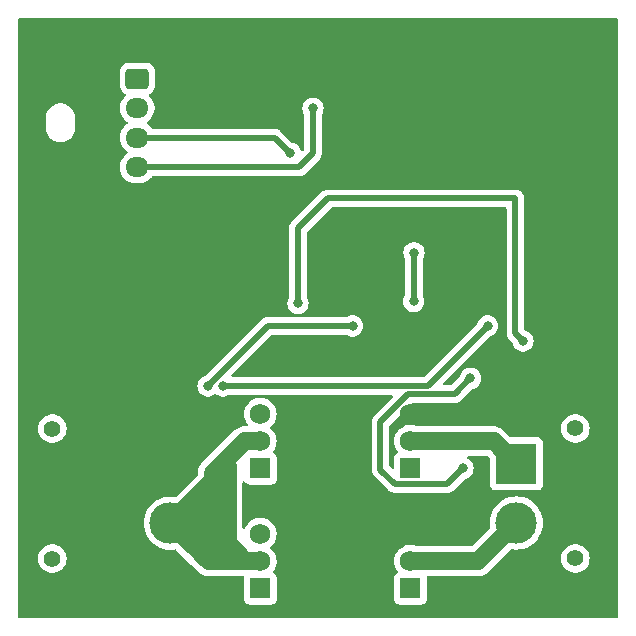
<source format=gbl>
%TF.GenerationSoftware,KiCad,Pcbnew,8.0.3*%
%TF.CreationDate,2024-10-02T02:13:24+09:00*%
%TF.ProjectId,AltairMDmini_V1,416c7461-6972-44d4-946d-696e695f5631,rev?*%
%TF.SameCoordinates,Original*%
%TF.FileFunction,Copper,L2,Bot*%
%TF.FilePolarity,Positive*%
%FSLAX46Y46*%
G04 Gerber Fmt 4.6, Leading zero omitted, Abs format (unit mm)*
G04 Created by KiCad (PCBNEW 8.0.3) date 2024-10-02 02:13:24*
%MOMM*%
%LPD*%
G01*
G04 APERTURE LIST*
G04 Aperture macros list*
%AMRoundRect*
0 Rectangle with rounded corners*
0 $1 Rounding radius*
0 $2 $3 $4 $5 $6 $7 $8 $9 X,Y pos of 4 corners*
0 Add a 4 corners polygon primitive as box body*
4,1,4,$2,$3,$4,$5,$6,$7,$8,$9,$2,$3,0*
0 Add four circle primitives for the rounded corners*
1,1,$1+$1,$2,$3*
1,1,$1+$1,$4,$5*
1,1,$1+$1,$6,$7*
1,1,$1+$1,$8,$9*
0 Add four rect primitives between the rounded corners*
20,1,$1+$1,$2,$3,$4,$5,0*
20,1,$1+$1,$4,$5,$6,$7,0*
20,1,$1+$1,$6,$7,$8,$9,0*
20,1,$1+$1,$8,$9,$2,$3,0*%
G04 Aperture macros list end*
%TA.AperFunction,ComponentPad*%
%ADD10R,1.740000X1.740000*%
%TD*%
%TA.AperFunction,ComponentPad*%
%ADD11C,1.740000*%
%TD*%
%TA.AperFunction,ComponentPad*%
%ADD12C,1.400000*%
%TD*%
%TA.AperFunction,ComponentPad*%
%ADD13R,3.500000X3.500000*%
%TD*%
%TA.AperFunction,ComponentPad*%
%ADD14C,3.500000*%
%TD*%
%TA.AperFunction,ComponentPad*%
%ADD15RoundRect,0.250000X-0.725000X0.600000X-0.725000X-0.600000X0.725000X-0.600000X0.725000X0.600000X0*%
%TD*%
%TA.AperFunction,ComponentPad*%
%ADD16O,1.950000X1.700000*%
%TD*%
%TA.AperFunction,ViaPad*%
%ADD17C,0.800000*%
%TD*%
%TA.AperFunction,Conductor*%
%ADD18C,0.500000*%
%TD*%
%TA.AperFunction,Conductor*%
%ADD19C,1.500000*%
%TD*%
G04 APERTURE END LIST*
D10*
%TO.P,Q4,1,G*%
%TO.N,Net-(Q4-G)*%
X139700000Y-104140000D03*
D11*
%TO.P,Q4,2,D*%
%TO.N,Net-(D8-A)*%
X139700000Y-101840000D03*
%TO.P,Q4,3,S*%
%TO.N,GND2*%
X139700000Y-99540000D03*
%TD*%
D10*
%TO.P,Q3,1,G*%
%TO.N,Net-(Q3-G)*%
X127000000Y-104140000D03*
D11*
%TO.P,Q3,2,D*%
%TO.N,+12V*%
X127000000Y-101840000D03*
%TO.P,Q3,3,S*%
%TO.N,Net-(D8-A)*%
X127000000Y-99540000D03*
%TD*%
D10*
%TO.P,Q2,1,G*%
%TO.N,Net-(Q2-G)*%
X139700000Y-114300000D03*
D11*
%TO.P,Q2,2,D*%
%TO.N,Net-(D6-A)*%
X139700000Y-112000000D03*
%TO.P,Q2,3,S*%
%TO.N,GND2*%
X139700000Y-109700000D03*
%TD*%
D10*
%TO.P,Q1,1,G*%
%TO.N,Net-(Q1-G)*%
X127000000Y-114300000D03*
D11*
%TO.P,Q1,2,D*%
%TO.N,+12V*%
X127000000Y-112000000D03*
%TO.P,Q1,3,S*%
%TO.N,Net-(D6-A)*%
X127000000Y-109700000D03*
%TD*%
D12*
%TO.P,J3,*%
%TO.N,*%
X153670000Y-100760000D03*
X153670000Y-111760000D03*
D13*
%TO.P,J3,1,Pin_1*%
%TO.N,Net-(D8-A)*%
X148670000Y-103760000D03*
D14*
%TO.P,J3,2,Pin_2*%
%TO.N,Net-(D6-A)*%
X148670000Y-108760000D03*
%TD*%
D12*
%TO.P,J2,*%
%TO.N,*%
X109380000Y-111778988D03*
X109380000Y-100778988D03*
D13*
%TO.P,J2,1,Pin_1*%
%TO.N,GND2*%
X119380000Y-103778988D03*
D14*
%TO.P,J2,2,Pin_2*%
%TO.N,+12V*%
X119380000Y-108778988D03*
%TD*%
D15*
%TO.P,J1,1,Pin_1*%
%TO.N,GND*%
X116565000Y-71140000D03*
D16*
%TO.P,J1,2,Pin_2*%
%TO.N,SDs*%
X116565000Y-73640000D03*
%TO.P,J1,3,Pin_3*%
%TO.N,Ps2*%
X116565000Y-76140000D03*
%TO.P,J1,4,Pin_4*%
%TO.N,Ps1*%
X116565000Y-78640000D03*
%TD*%
D17*
%TO.N,Net-(IC3-LO)*%
X144145000Y-104140000D03*
X144780000Y-96520000D03*
%TO.N,GND2*%
X129540000Y-93980000D03*
X119380000Y-88900000D03*
X121920000Y-91440000D03*
X119380000Y-99060000D03*
X119380000Y-93980000D03*
X116840000Y-91440000D03*
X114300000Y-93980000D03*
X116840000Y-96520000D03*
X116840000Y-101600000D03*
X114300000Y-99060000D03*
X114300000Y-109220000D03*
X139700000Y-93980000D03*
X142240000Y-91440000D03*
X137160000Y-91440000D03*
X149860000Y-99060000D03*
X149860000Y-96520000D03*
X154940000Y-78740000D03*
X152400000Y-81280000D03*
X154940000Y-83820000D03*
X152400000Y-86360000D03*
X152400000Y-91440000D03*
X154940000Y-88900000D03*
X154940000Y-93980000D03*
X154940000Y-99060000D03*
X154940000Y-104140000D03*
X154940000Y-109220000D03*
X144780000Y-114300000D03*
X149860000Y-114300000D03*
X154940000Y-114300000D03*
X119380000Y-114300000D03*
X109220000Y-114300000D03*
X114300000Y-114300000D03*
X116840000Y-111760000D03*
X111760000Y-111760000D03*
X111760000Y-106680000D03*
X109220000Y-109220000D03*
X109220000Y-104140000D03*
X139700000Y-74295000D03*
X140970000Y-77470000D03*
X141605000Y-79375000D03*
X139065000Y-79375000D03*
%TO.N,Net-(IC2-LO)*%
X149225000Y-93345000D03*
X130175000Y-90170000D03*
%TO.N,Net-(IC3-HO)*%
X146240000Y-92075000D03*
%TO.N,Net-(IC2-HO)*%
X134810000Y-92075000D03*
%TO.N,Net-(D4-K)*%
X139970818Y-90009615D03*
X139997295Y-85878865D03*
%TO.N,Net-(IC2-HO)*%
X122555000Y-97155000D03*
%TO.N,Net-(IC3-HO)*%
X123825000Y-97155000D03*
%TO.N,Ps1*%
X131445000Y-73660000D03*
%TO.N,Ps2*%
X129540000Y-77470000D03*
%TD*%
D18*
%TO.N,Net-(IC3-LO)*%
X138380000Y-105460000D02*
X142825000Y-105460000D01*
X137160000Y-100213238D02*
X137160000Y-104240000D01*
X139518238Y-97855000D02*
X137160000Y-100213238D01*
X143445000Y-97855000D02*
X139518238Y-97855000D01*
X137160000Y-104240000D02*
X138380000Y-105460000D01*
X144780000Y-96520000D02*
X143445000Y-97855000D01*
X142825000Y-105460000D02*
X144145000Y-104140000D01*
%TO.N,Net-(IC2-LO)*%
X130175000Y-83820000D02*
X130175000Y-90170000D01*
X132715000Y-81280000D02*
X130175000Y-83820000D01*
X148590000Y-81280000D02*
X132715000Y-81280000D01*
X148590000Y-92710000D02*
X148590000Y-81280000D01*
X149225000Y-93345000D02*
X148590000Y-92710000D01*
%TO.N,Net-(IC3-HO)*%
X141160000Y-97155000D02*
X146240000Y-92075000D01*
X123825000Y-97155000D02*
X141160000Y-97155000D01*
%TO.N,Net-(IC2-HO)*%
X127635000Y-92075000D02*
X134810000Y-92075000D01*
X122555000Y-97155000D02*
X127635000Y-92075000D01*
%TO.N,Net-(D4-K)*%
X139997295Y-85878865D02*
X139997295Y-89983138D01*
X139997295Y-89983138D02*
X139970818Y-90009615D01*
D19*
%TO.N,Net-(D6-A)*%
X139700000Y-112000000D02*
X145430000Y-112000000D01*
X145430000Y-112000000D02*
X148670000Y-108760000D01*
%TO.N,Net-(D8-A)*%
X146750000Y-101840000D02*
X148670000Y-103760000D01*
X139700000Y-101840000D02*
X146750000Y-101840000D01*
%TO.N,+12V*%
X125730000Y-112000000D02*
X125730000Y-111992500D01*
X124227500Y-110490000D02*
X124227500Y-111767500D01*
X124227500Y-103931488D02*
X124227500Y-110490000D01*
X125730000Y-112000000D02*
X127000000Y-112000000D01*
X125730000Y-111992500D02*
X124227500Y-110490000D01*
X124460000Y-112000000D02*
X125730000Y-112000000D01*
X124227500Y-111767500D02*
X124460000Y-112000000D01*
X123190000Y-112000000D02*
X124460000Y-112000000D01*
X124227500Y-103931488D02*
X122080000Y-106078988D01*
X122601012Y-112000000D02*
X123190000Y-112000000D01*
X122957500Y-111767500D02*
X123190000Y-112000000D01*
X122957500Y-104542500D02*
X122957500Y-111767500D01*
X125660000Y-101840000D02*
X122957500Y-104542500D01*
X122080000Y-111478988D02*
X122601012Y-112000000D01*
X122080000Y-106078988D02*
X122080000Y-111478988D01*
X121064494Y-107094494D02*
X121064494Y-110463482D01*
X119380000Y-108778988D02*
X121505506Y-110904494D01*
X121064494Y-107094494D02*
X119380000Y-108778988D01*
X121505506Y-110904494D02*
X122601012Y-112000000D01*
X122080000Y-106078988D02*
X121064494Y-107094494D01*
X121064494Y-110463482D02*
X121505506Y-110904494D01*
X127000000Y-101840000D02*
X125660000Y-101840000D01*
D18*
%TO.N,Ps1*%
X131445000Y-77470000D02*
X131445000Y-73660000D01*
X130275000Y-78640000D02*
X131445000Y-77470000D01*
X116565000Y-78640000D02*
X130275000Y-78640000D01*
%TO.N,Ps2*%
X128210000Y-76140000D02*
X116565000Y-76140000D01*
X129540000Y-77470000D02*
X128210000Y-76140000D01*
%TD*%
%TA.AperFunction,Conductor*%
%TO.N,GND2*%
G36*
X157223039Y-66019685D02*
G01*
X157268794Y-66072489D01*
X157280000Y-66124000D01*
X157280000Y-116676000D01*
X157260315Y-116743039D01*
X157207511Y-116788794D01*
X157156000Y-116800000D01*
X106604000Y-116800000D01*
X106536961Y-116780315D01*
X106491206Y-116727511D01*
X106480000Y-116676000D01*
X106480000Y-111778987D01*
X108174357Y-111778987D01*
X108174357Y-111778988D01*
X108194884Y-112000523D01*
X108194885Y-112000525D01*
X108255769Y-112214511D01*
X108255775Y-112214526D01*
X108354938Y-112413671D01*
X108354943Y-112413679D01*
X108489020Y-112591226D01*
X108653437Y-112741111D01*
X108653439Y-112741113D01*
X108842595Y-112858233D01*
X108842596Y-112858233D01*
X108842599Y-112858235D01*
X109050060Y-112938606D01*
X109268757Y-112979488D01*
X109268759Y-112979488D01*
X109491241Y-112979488D01*
X109491243Y-112979488D01*
X109709940Y-112938606D01*
X109917401Y-112858235D01*
X110106562Y-112741112D01*
X110270981Y-112591224D01*
X110405058Y-112413677D01*
X110504229Y-112214516D01*
X110565115Y-112000524D01*
X110585643Y-111778988D01*
X110583883Y-111759999D01*
X110565115Y-111557452D01*
X110565114Y-111557450D01*
X110559711Y-111538462D01*
X110504229Y-111343460D01*
X110504224Y-111343449D01*
X110405061Y-111144304D01*
X110405056Y-111144296D01*
X110270979Y-110966749D01*
X110106562Y-110816864D01*
X110106560Y-110816862D01*
X109917404Y-110699742D01*
X109917398Y-110699740D01*
X109709940Y-110619370D01*
X109491243Y-110578488D01*
X109268757Y-110578488D01*
X109050060Y-110619370D01*
X109023912Y-110629500D01*
X108842601Y-110699740D01*
X108842595Y-110699742D01*
X108653439Y-110816862D01*
X108653437Y-110816864D01*
X108489020Y-110966749D01*
X108354943Y-111144296D01*
X108354938Y-111144304D01*
X108255775Y-111343449D01*
X108255769Y-111343464D01*
X108194885Y-111557450D01*
X108194884Y-111557452D01*
X108174357Y-111778987D01*
X106480000Y-111778987D01*
X106480000Y-108778980D01*
X117124671Y-108778980D01*
X117124671Y-108778995D01*
X117143964Y-109073351D01*
X117143965Y-109073361D01*
X117143966Y-109073368D01*
X117187180Y-109290624D01*
X117201518Y-109362704D01*
X117201521Y-109362718D01*
X117296349Y-109642068D01*
X117426825Y-109906648D01*
X117426829Y-109906655D01*
X117590725Y-110151943D01*
X117785241Y-110373746D01*
X118007044Y-110568262D01*
X118252332Y-110732158D01*
X118252339Y-110732162D01*
X118270111Y-110740926D01*
X118516923Y-110862640D01*
X118796278Y-110957469D01*
X119085620Y-111015022D01*
X119090304Y-111015329D01*
X119379993Y-111034317D01*
X119380000Y-111034317D01*
X119380007Y-111034317D01*
X119615675Y-111018869D01*
X119674380Y-111015022D01*
X119753823Y-110999219D01*
X119823411Y-111005446D01*
X119865693Y-111033155D01*
X120110666Y-111278128D01*
X120551677Y-111719139D01*
X120551678Y-111719140D01*
X121126172Y-112293634D01*
X121786366Y-112953828D01*
X121945607Y-113069524D01*
X122120986Y-113158884D01*
X122285103Y-113212209D01*
X122308185Y-113219709D01*
X122394589Y-113233393D01*
X122502590Y-113250500D01*
X122502595Y-113250500D01*
X122699428Y-113250500D01*
X123091583Y-113250500D01*
X123091584Y-113250500D01*
X123288417Y-113250500D01*
X124361583Y-113250500D01*
X124361584Y-113250500D01*
X124558417Y-113250500D01*
X125505731Y-113250500D01*
X125572770Y-113270185D01*
X125618525Y-113322989D01*
X125629110Y-113378806D01*
X125629500Y-113378806D01*
X125629500Y-113380863D01*
X125629553Y-113381143D01*
X125629500Y-113382130D01*
X125629500Y-115217870D01*
X125629501Y-115217876D01*
X125635908Y-115277483D01*
X125686202Y-115412328D01*
X125686206Y-115412335D01*
X125772452Y-115527544D01*
X125772455Y-115527547D01*
X125887664Y-115613793D01*
X125887671Y-115613797D01*
X126022517Y-115664091D01*
X126022516Y-115664091D01*
X126029444Y-115664835D01*
X126082127Y-115670500D01*
X127917872Y-115670499D01*
X127977483Y-115664091D01*
X128112331Y-115613796D01*
X128227546Y-115527546D01*
X128313796Y-115412331D01*
X128364091Y-115277483D01*
X128370500Y-115217873D01*
X128370499Y-113382128D01*
X128364091Y-113322517D01*
X128344572Y-113270185D01*
X128313797Y-113187671D01*
X128313793Y-113187664D01*
X128227547Y-113072455D01*
X128227544Y-113072452D01*
X128125144Y-112995795D01*
X128083273Y-112939861D01*
X128078289Y-112870170D01*
X128095644Y-112828713D01*
X128209450Y-112654521D01*
X128300685Y-112446526D01*
X128356441Y-112226350D01*
X128364777Y-112125750D01*
X128375197Y-112000005D01*
X128375197Y-111999994D01*
X138324803Y-111999994D01*
X138324803Y-112000005D01*
X138343558Y-112226346D01*
X138399314Y-112446524D01*
X138490549Y-112654520D01*
X138604352Y-112828709D01*
X138624539Y-112895598D01*
X138605359Y-112962784D01*
X138574855Y-112995796D01*
X138472452Y-113072455D01*
X138386206Y-113187664D01*
X138386202Y-113187671D01*
X138335908Y-113322517D01*
X138329857Y-113378806D01*
X138329501Y-113382123D01*
X138329500Y-113382135D01*
X138329500Y-115217870D01*
X138329501Y-115217876D01*
X138335908Y-115277483D01*
X138386202Y-115412328D01*
X138386206Y-115412335D01*
X138472452Y-115527544D01*
X138472455Y-115527547D01*
X138587664Y-115613793D01*
X138587671Y-115613797D01*
X138722517Y-115664091D01*
X138722516Y-115664091D01*
X138729444Y-115664835D01*
X138782127Y-115670500D01*
X140617872Y-115670499D01*
X140677483Y-115664091D01*
X140812331Y-115613796D01*
X140927546Y-115527546D01*
X141013796Y-115412331D01*
X141064091Y-115277483D01*
X141070500Y-115217873D01*
X141070499Y-113382128D01*
X141070498Y-113382127D01*
X141070446Y-113381141D01*
X141070499Y-113380916D01*
X141070499Y-113378807D01*
X141070997Y-113378807D01*
X141086512Y-113313144D01*
X141136790Y-113264626D01*
X141194268Y-113250500D01*
X145528422Y-113250500D01*
X145722826Y-113219709D01*
X145910026Y-113158884D01*
X146085405Y-113069524D01*
X146244646Y-112953828D01*
X147438474Y-111759999D01*
X152464357Y-111759999D01*
X152464357Y-111760000D01*
X152484884Y-111981535D01*
X152484885Y-111981537D01*
X152545769Y-112195523D01*
X152545775Y-112195538D01*
X152644938Y-112394683D01*
X152644943Y-112394691D01*
X152779020Y-112572238D01*
X152943437Y-112722123D01*
X152943439Y-112722125D01*
X153132595Y-112839245D01*
X153132596Y-112839245D01*
X153132599Y-112839247D01*
X153340060Y-112919618D01*
X153558757Y-112960500D01*
X153558759Y-112960500D01*
X153781241Y-112960500D01*
X153781243Y-112960500D01*
X153999940Y-112919618D01*
X154207401Y-112839247D01*
X154396562Y-112722124D01*
X154560981Y-112572236D01*
X154695058Y-112394689D01*
X154794229Y-112195528D01*
X154855115Y-111981536D01*
X154875643Y-111760000D01*
X154855115Y-111538464D01*
X154794229Y-111324472D01*
X154794224Y-111324461D01*
X154695061Y-111125316D01*
X154695056Y-111125308D01*
X154560979Y-110947761D01*
X154396562Y-110797876D01*
X154396560Y-110797874D01*
X154207404Y-110680754D01*
X154207398Y-110680752D01*
X153999940Y-110600382D01*
X153781243Y-110559500D01*
X153558757Y-110559500D01*
X153340060Y-110600382D01*
X153264898Y-110629500D01*
X153132601Y-110680752D01*
X153132595Y-110680754D01*
X152943439Y-110797874D01*
X152943437Y-110797876D01*
X152779020Y-110947761D01*
X152644943Y-111125308D01*
X152644938Y-111125316D01*
X152545775Y-111324461D01*
X152545769Y-111324476D01*
X152484885Y-111538462D01*
X152484884Y-111538464D01*
X152464357Y-111759999D01*
X147438474Y-111759999D01*
X148184307Y-111014165D01*
X148245628Y-110980682D01*
X148296174Y-110980231D01*
X148375620Y-110996034D01*
X148403888Y-110997886D01*
X148669993Y-111015329D01*
X148670000Y-111015329D01*
X148670007Y-111015329D01*
X148915787Y-110999219D01*
X148964380Y-110996034D01*
X149253722Y-110938481D01*
X149533077Y-110843652D01*
X149797665Y-110713172D01*
X150042957Y-110549273D01*
X150264758Y-110354758D01*
X150459273Y-110132957D01*
X150623172Y-109887665D01*
X150753652Y-109623077D01*
X150848481Y-109343722D01*
X150906034Y-109054380D01*
X150924084Y-108778995D01*
X150925329Y-108760007D01*
X150925329Y-108759992D01*
X150906035Y-108465636D01*
X150906034Y-108465620D01*
X150848481Y-108176278D01*
X150753652Y-107896923D01*
X150623172Y-107632336D01*
X150459273Y-107387043D01*
X150416655Y-107338447D01*
X150264758Y-107165241D01*
X150042955Y-106970725D01*
X149797667Y-106806829D01*
X149797660Y-106806825D01*
X149533080Y-106676349D01*
X149253730Y-106581521D01*
X149253724Y-106581519D01*
X149253722Y-106581519D01*
X148964380Y-106523966D01*
X148964373Y-106523965D01*
X148964363Y-106523964D01*
X148670007Y-106504671D01*
X148669993Y-106504671D01*
X148375636Y-106523964D01*
X148375624Y-106523965D01*
X148375620Y-106523966D01*
X148375612Y-106523967D01*
X148375609Y-106523968D01*
X148086283Y-106581518D01*
X148086269Y-106581521D01*
X147806919Y-106676349D01*
X147542334Y-106806828D01*
X147297041Y-106970728D01*
X147075241Y-107165241D01*
X146880728Y-107387041D01*
X146716828Y-107632334D01*
X146586349Y-107896919D01*
X146491521Y-108176269D01*
X146491518Y-108176283D01*
X146433968Y-108465609D01*
X146433964Y-108465636D01*
X146414671Y-108759992D01*
X146414671Y-108760007D01*
X146433964Y-109054363D01*
X146433966Y-109054379D01*
X146449768Y-109133822D01*
X146443539Y-109203413D01*
X146415831Y-109245693D01*
X144948345Y-110713181D01*
X144887022Y-110746666D01*
X144860664Y-110749500D01*
X140298630Y-110749500D01*
X140257731Y-110740926D01*
X140257261Y-110742296D01*
X140037593Y-110666884D01*
X139888239Y-110641961D01*
X139813563Y-110629500D01*
X139586437Y-110629500D01*
X139530430Y-110638846D01*
X139362406Y-110666884D01*
X139147593Y-110740629D01*
X139147588Y-110740631D01*
X138947836Y-110848732D01*
X138947830Y-110848736D01*
X138768610Y-110988229D01*
X138768607Y-110988232D01*
X138768604Y-110988234D01*
X138768604Y-110988235D01*
X138761425Y-110996034D01*
X138614776Y-111155337D01*
X138490548Y-111345482D01*
X138399314Y-111553475D01*
X138343558Y-111773653D01*
X138324803Y-111999994D01*
X128375197Y-111999994D01*
X128356441Y-111773653D01*
X128356441Y-111773650D01*
X128300685Y-111553474D01*
X128209450Y-111345479D01*
X128085224Y-111155337D01*
X127931396Y-110988235D01*
X127931391Y-110988231D01*
X127931389Y-110988229D01*
X127879514Y-110947853D01*
X127838701Y-110891143D01*
X127835026Y-110821370D01*
X127869658Y-110760687D01*
X127879514Y-110752147D01*
X127912307Y-110726621D01*
X127931396Y-110711765D01*
X128085224Y-110544663D01*
X128209450Y-110354521D01*
X128300685Y-110146526D01*
X128356441Y-109926350D01*
X128375197Y-109700000D01*
X128370396Y-109642065D01*
X128356441Y-109473653D01*
X128356441Y-109473650D01*
X128300685Y-109253474D01*
X128209450Y-109045479D01*
X128085224Y-108855337D01*
X127931396Y-108688235D01*
X127931391Y-108688231D01*
X127931389Y-108688229D01*
X127752169Y-108548736D01*
X127752163Y-108548732D01*
X127552411Y-108440631D01*
X127552406Y-108440629D01*
X127337593Y-108366884D01*
X127188239Y-108341961D01*
X127113563Y-108329500D01*
X126886437Y-108329500D01*
X126830430Y-108338846D01*
X126662406Y-108366884D01*
X126447593Y-108440629D01*
X126447588Y-108440631D01*
X126247836Y-108548732D01*
X126247830Y-108548736D01*
X126068610Y-108688229D01*
X126068607Y-108688232D01*
X126068604Y-108688234D01*
X126068604Y-108688235D01*
X125985060Y-108778988D01*
X125914776Y-108855337D01*
X125790548Y-109045482D01*
X125715556Y-109216448D01*
X125670600Y-109269934D01*
X125603864Y-109290624D01*
X125536536Y-109271949D01*
X125489993Y-109219839D01*
X125478000Y-109166638D01*
X125478000Y-105346763D01*
X125497685Y-105279724D01*
X125550489Y-105233969D01*
X125619647Y-105224025D01*
X125683203Y-105253050D01*
X125701264Y-105272449D01*
X125772454Y-105367546D01*
X125818643Y-105402123D01*
X125887664Y-105453793D01*
X125887671Y-105453797D01*
X126022517Y-105504091D01*
X126022516Y-105504091D01*
X126029444Y-105504835D01*
X126082127Y-105510500D01*
X127917872Y-105510499D01*
X127977483Y-105504091D01*
X128112331Y-105453796D01*
X128227546Y-105367546D01*
X128313796Y-105252331D01*
X128364091Y-105117483D01*
X128370500Y-105057873D01*
X128370499Y-103222128D01*
X128364091Y-103162517D01*
X128344572Y-103110185D01*
X128313797Y-103027671D01*
X128313793Y-103027664D01*
X128227547Y-102912455D01*
X128227544Y-102912452D01*
X128125144Y-102835795D01*
X128083273Y-102779861D01*
X128078289Y-102710170D01*
X128095644Y-102668713D01*
X128209450Y-102494521D01*
X128300685Y-102286526D01*
X128356441Y-102066350D01*
X128373686Y-101858235D01*
X128375197Y-101840005D01*
X128375197Y-101839994D01*
X128356441Y-101613653D01*
X128356441Y-101613650D01*
X128300685Y-101393474D01*
X128209450Y-101185479D01*
X128085224Y-100995337D01*
X127931396Y-100828235D01*
X127931391Y-100828231D01*
X127931389Y-100828229D01*
X127879514Y-100787853D01*
X127838701Y-100731143D01*
X127835026Y-100661370D01*
X127869658Y-100600687D01*
X127879514Y-100592147D01*
X127924092Y-100557450D01*
X127931396Y-100551765D01*
X128085224Y-100384663D01*
X128209450Y-100194521D01*
X128300685Y-99986526D01*
X128356441Y-99766350D01*
X128372008Y-99578488D01*
X128375197Y-99540005D01*
X128375197Y-99539994D01*
X128356441Y-99313653D01*
X128356441Y-99313650D01*
X128300685Y-99093474D01*
X128209450Y-98885479D01*
X128085224Y-98695337D01*
X127931396Y-98528235D01*
X127931391Y-98528231D01*
X127931389Y-98528229D01*
X127752169Y-98388736D01*
X127752163Y-98388732D01*
X127552411Y-98280631D01*
X127552406Y-98280629D01*
X127337593Y-98206884D01*
X127188239Y-98181961D01*
X127113563Y-98169500D01*
X126886437Y-98169500D01*
X126830430Y-98178846D01*
X126662406Y-98206884D01*
X126447593Y-98280629D01*
X126447588Y-98280631D01*
X126247836Y-98388732D01*
X126247830Y-98388736D01*
X126068610Y-98528229D01*
X126068607Y-98528232D01*
X126068604Y-98528234D01*
X126068604Y-98528235D01*
X126024028Y-98576658D01*
X125914776Y-98695337D01*
X125790548Y-98885482D01*
X125699314Y-99093475D01*
X125643558Y-99313653D01*
X125624803Y-99539994D01*
X125624803Y-99540005D01*
X125643558Y-99766346D01*
X125699314Y-99986524D01*
X125768520Y-100144299D01*
X125790550Y-100194521D01*
X125914775Y-100384662D01*
X125914780Y-100384669D01*
X125917924Y-100388708D01*
X125916124Y-100390108D01*
X125942806Y-100444192D01*
X125934934Y-100513617D01*
X125890778Y-100567765D01*
X125824356Y-100589445D01*
X125820650Y-100589500D01*
X125561578Y-100589500D01*
X125367173Y-100620290D01*
X125179969Y-100681117D01*
X125004594Y-100770476D01*
X124925105Y-100828229D01*
X124845354Y-100886172D01*
X124845352Y-100886174D01*
X124845351Y-100886174D01*
X122003674Y-103727851D01*
X122003674Y-103727852D01*
X122003672Y-103727854D01*
X121971805Y-103771715D01*
X121887976Y-103887094D01*
X121798617Y-104062471D01*
X121749409Y-104213917D01*
X121749409Y-104213918D01*
X121737790Y-104249675D01*
X121707000Y-104444077D01*
X121707000Y-104632152D01*
X121687315Y-104699191D01*
X121670681Y-104719833D01*
X120249848Y-106140666D01*
X119865693Y-106524819D01*
X119804370Y-106558304D01*
X119753822Y-106558755D01*
X119674380Y-106542954D01*
X119674377Y-106542953D01*
X119674363Y-106542952D01*
X119380007Y-106523659D01*
X119379993Y-106523659D01*
X119085636Y-106542952D01*
X119085624Y-106542953D01*
X119085620Y-106542954D01*
X119085612Y-106542955D01*
X119085609Y-106542956D01*
X118796283Y-106600506D01*
X118796269Y-106600509D01*
X118516919Y-106695337D01*
X118252334Y-106825816D01*
X118007041Y-106989716D01*
X117785241Y-107184229D01*
X117590728Y-107406029D01*
X117426828Y-107651322D01*
X117296349Y-107915907D01*
X117201521Y-108195257D01*
X117201518Y-108195271D01*
X117143968Y-108484597D01*
X117143964Y-108484624D01*
X117124671Y-108778980D01*
X106480000Y-108778980D01*
X106480000Y-100778987D01*
X108174357Y-100778987D01*
X108174357Y-100778988D01*
X108194884Y-101000523D01*
X108194885Y-101000525D01*
X108255769Y-101214511D01*
X108255775Y-101214526D01*
X108354938Y-101413671D01*
X108354943Y-101413679D01*
X108489020Y-101591226D01*
X108653437Y-101741111D01*
X108653439Y-101741113D01*
X108842595Y-101858233D01*
X108842596Y-101858233D01*
X108842599Y-101858235D01*
X109050060Y-101938606D01*
X109268757Y-101979488D01*
X109268759Y-101979488D01*
X109491241Y-101979488D01*
X109491243Y-101979488D01*
X109709940Y-101938606D01*
X109917401Y-101858235D01*
X110106562Y-101741112D01*
X110270981Y-101591224D01*
X110405058Y-101413677D01*
X110504229Y-101214516D01*
X110565115Y-101000524D01*
X110585643Y-100778988D01*
X110583883Y-100759999D01*
X110565115Y-100557452D01*
X110565114Y-100557450D01*
X110563496Y-100551765D01*
X110504229Y-100343460D01*
X110504224Y-100343449D01*
X110405061Y-100144304D01*
X110405056Y-100144296D01*
X110270979Y-99966749D01*
X110106562Y-99816864D01*
X110106560Y-99816862D01*
X109917404Y-99699742D01*
X109917398Y-99699740D01*
X109709940Y-99619370D01*
X109491243Y-99578488D01*
X109268757Y-99578488D01*
X109050060Y-99619370D01*
X108918864Y-99670195D01*
X108842601Y-99699740D01*
X108842595Y-99699742D01*
X108653439Y-99816862D01*
X108653437Y-99816864D01*
X108489020Y-99966749D01*
X108354943Y-100144296D01*
X108354938Y-100144304D01*
X108255775Y-100343449D01*
X108255769Y-100343464D01*
X108194885Y-100557450D01*
X108194884Y-100557452D01*
X108174357Y-100778987D01*
X106480000Y-100778987D01*
X106480000Y-97155000D01*
X121649540Y-97155000D01*
X121669326Y-97343256D01*
X121669327Y-97343259D01*
X121727818Y-97523277D01*
X121727821Y-97523284D01*
X121822467Y-97687216D01*
X121920000Y-97795537D01*
X121949129Y-97827888D01*
X122102265Y-97939148D01*
X122102270Y-97939151D01*
X122275192Y-98016142D01*
X122275197Y-98016144D01*
X122460354Y-98055500D01*
X122460355Y-98055500D01*
X122649644Y-98055500D01*
X122649646Y-98055500D01*
X122834803Y-98016144D01*
X123007730Y-97939151D01*
X123117117Y-97859676D01*
X123182920Y-97836198D01*
X123250974Y-97852023D01*
X123262871Y-97859668D01*
X123358549Y-97929182D01*
X123372270Y-97939151D01*
X123545192Y-98016142D01*
X123545197Y-98016144D01*
X123730354Y-98055500D01*
X123730355Y-98055500D01*
X123919644Y-98055500D01*
X123919646Y-98055500D01*
X124104803Y-98016144D01*
X124277730Y-97939151D01*
X124279776Y-97937664D01*
X124291452Y-97929182D01*
X124357258Y-97905702D01*
X124364337Y-97905500D01*
X138107009Y-97905500D01*
X138174048Y-97925185D01*
X138219803Y-97977989D01*
X138229747Y-98047147D01*
X138200722Y-98110703D01*
X138194690Y-98117181D01*
X136577052Y-99734816D01*
X136577049Y-99734819D01*
X136547871Y-99778487D01*
X136547872Y-99778488D01*
X136494914Y-99857746D01*
X136438343Y-99994320D01*
X136438340Y-99994330D01*
X136409500Y-100139317D01*
X136409500Y-100139320D01*
X136409500Y-104313918D01*
X136409500Y-104313920D01*
X136409499Y-104313920D01*
X136438340Y-104458907D01*
X136438343Y-104458917D01*
X136494912Y-104595488D01*
X136494920Y-104595503D01*
X136525264Y-104640914D01*
X136525265Y-104640917D01*
X136525266Y-104640917D01*
X136577051Y-104718420D01*
X136577052Y-104718421D01*
X137797049Y-105938416D01*
X137901584Y-106042951D01*
X137901587Y-106042953D01*
X137901588Y-106042954D01*
X138024503Y-106125083D01*
X138024506Y-106125085D01*
X138081079Y-106148518D01*
X138081080Y-106148518D01*
X138161088Y-106181659D01*
X138277241Y-106204763D01*
X138296468Y-106208587D01*
X138306081Y-106210500D01*
X138306082Y-106210500D01*
X142898920Y-106210500D01*
X142996462Y-106191096D01*
X143043913Y-106181658D01*
X143180495Y-106125084D01*
X143229729Y-106092186D01*
X143303416Y-106042952D01*
X144297771Y-105048595D01*
X144359092Y-105015112D01*
X144359448Y-105015034D01*
X144424803Y-105001144D01*
X144597730Y-104924151D01*
X144750871Y-104812888D01*
X144877533Y-104672216D01*
X144972179Y-104508284D01*
X145030674Y-104328256D01*
X145050460Y-104140000D01*
X145030674Y-103951744D01*
X144972179Y-103771716D01*
X144877533Y-103607784D01*
X144750871Y-103467112D01*
X144750870Y-103467111D01*
X144597734Y-103355851D01*
X144597729Y-103355848D01*
X144534685Y-103327779D01*
X144481448Y-103282529D01*
X144461127Y-103215679D01*
X144480173Y-103148456D01*
X144532539Y-103102201D01*
X144585121Y-103090500D01*
X146180664Y-103090500D01*
X146247703Y-103110185D01*
X146268345Y-103126819D01*
X146383181Y-103241655D01*
X146416666Y-103302978D01*
X146419500Y-103329336D01*
X146419500Y-105557870D01*
X146419501Y-105557876D01*
X146425908Y-105617483D01*
X146476202Y-105752328D01*
X146476206Y-105752335D01*
X146562452Y-105867544D01*
X146562455Y-105867547D01*
X146677664Y-105953793D01*
X146677671Y-105953797D01*
X146812517Y-106004091D01*
X146812516Y-106004091D01*
X146819444Y-106004835D01*
X146872127Y-106010500D01*
X150467872Y-106010499D01*
X150527483Y-106004091D01*
X150662331Y-105953796D01*
X150777546Y-105867546D01*
X150863796Y-105752331D01*
X150914091Y-105617483D01*
X150920500Y-105557873D01*
X150920499Y-101962128D01*
X150914091Y-101902517D01*
X150890771Y-101839994D01*
X150863797Y-101767671D01*
X150863793Y-101767664D01*
X150777547Y-101652455D01*
X150777544Y-101652452D01*
X150662335Y-101566206D01*
X150662328Y-101566202D01*
X150527482Y-101515908D01*
X150527483Y-101515908D01*
X150467883Y-101509501D01*
X150467881Y-101509500D01*
X150467873Y-101509500D01*
X150467865Y-101509500D01*
X148239336Y-101509500D01*
X148172297Y-101489815D01*
X148151655Y-101473181D01*
X147564648Y-100886174D01*
X147564646Y-100886172D01*
X147405405Y-100770476D01*
X147384843Y-100759999D01*
X152464357Y-100759999D01*
X152464357Y-100760000D01*
X152484884Y-100981535D01*
X152484885Y-100981537D01*
X152545769Y-101195523D01*
X152545775Y-101195538D01*
X152644938Y-101394683D01*
X152644943Y-101394691D01*
X152779020Y-101572238D01*
X152943437Y-101722123D01*
X152943439Y-101722125D01*
X153132595Y-101839245D01*
X153132596Y-101839245D01*
X153132599Y-101839247D01*
X153340060Y-101919618D01*
X153558757Y-101960500D01*
X153558759Y-101960500D01*
X153781241Y-101960500D01*
X153781243Y-101960500D01*
X153999940Y-101919618D01*
X154207401Y-101839247D01*
X154396562Y-101722124D01*
X154560981Y-101572236D01*
X154695058Y-101394689D01*
X154794229Y-101195528D01*
X154855115Y-100981536D01*
X154875643Y-100760000D01*
X154856347Y-100551765D01*
X154855115Y-100538464D01*
X154855114Y-100538462D01*
X154851029Y-100524105D01*
X154794229Y-100324472D01*
X154729519Y-100194517D01*
X154695061Y-100125316D01*
X154695056Y-100125308D01*
X154560979Y-99947761D01*
X154396562Y-99797876D01*
X154396560Y-99797874D01*
X154207404Y-99680754D01*
X154207398Y-99680752D01*
X153999940Y-99600382D01*
X153781243Y-99559500D01*
X153558757Y-99559500D01*
X153340060Y-99600382D01*
X153208864Y-99651207D01*
X153132601Y-99680752D01*
X153132595Y-99680754D01*
X152943439Y-99797874D01*
X152943437Y-99797876D01*
X152779020Y-99947761D01*
X152644943Y-100125308D01*
X152644938Y-100125316D01*
X152545775Y-100324461D01*
X152545769Y-100324476D01*
X152484885Y-100538462D01*
X152484884Y-100538464D01*
X152464357Y-100759999D01*
X147384843Y-100759999D01*
X147328210Y-100731143D01*
X147230030Y-100681117D01*
X147042826Y-100620290D01*
X146848422Y-100589500D01*
X146848417Y-100589500D01*
X140298630Y-100589500D01*
X140257731Y-100580926D01*
X140257261Y-100582296D01*
X140037593Y-100506884D01*
X139888239Y-100481961D01*
X139813563Y-100469500D01*
X139586437Y-100469500D01*
X139530430Y-100478846D01*
X139362406Y-100506884D01*
X139147593Y-100580629D01*
X139147588Y-100580631D01*
X138947836Y-100688732D01*
X138947830Y-100688736D01*
X138768610Y-100828229D01*
X138768607Y-100828232D01*
X138768604Y-100828234D01*
X138768604Y-100828235D01*
X138627482Y-100981535D01*
X138614776Y-100995337D01*
X138490548Y-101185482D01*
X138399314Y-101393475D01*
X138343558Y-101613653D01*
X138324803Y-101839994D01*
X138324803Y-101840005D01*
X138343558Y-102066346D01*
X138399314Y-102286524D01*
X138490549Y-102494520D01*
X138604352Y-102668709D01*
X138624539Y-102735598D01*
X138605359Y-102802784D01*
X138574855Y-102835796D01*
X138472452Y-102912455D01*
X138386206Y-103027664D01*
X138386202Y-103027671D01*
X138335908Y-103162517D01*
X138330193Y-103215679D01*
X138329501Y-103222123D01*
X138329500Y-103222135D01*
X138329500Y-104048770D01*
X138309815Y-104115809D01*
X138257011Y-104161564D01*
X138187853Y-104171508D01*
X138124297Y-104142483D01*
X138117819Y-104136451D01*
X137946819Y-103965451D01*
X137913334Y-103904128D01*
X137910500Y-103877770D01*
X137910500Y-100575467D01*
X137930185Y-100508428D01*
X137946819Y-100487786D01*
X139792786Y-98641819D01*
X139854109Y-98608334D01*
X139880467Y-98605500D01*
X143518920Y-98605500D01*
X143616462Y-98586096D01*
X143663913Y-98576658D01*
X143800495Y-98520084D01*
X143891166Y-98459500D01*
X143891168Y-98459499D01*
X143923409Y-98437957D01*
X143923410Y-98437955D01*
X143923416Y-98437952D01*
X144932770Y-97428595D01*
X144994091Y-97395112D01*
X144994427Y-97395039D01*
X145059803Y-97381144D01*
X145232730Y-97304151D01*
X145385871Y-97192888D01*
X145512533Y-97052216D01*
X145607179Y-96888284D01*
X145665674Y-96708256D01*
X145685460Y-96520000D01*
X145665674Y-96331744D01*
X145607179Y-96151716D01*
X145512533Y-95987784D01*
X145385871Y-95847112D01*
X145385870Y-95847111D01*
X145232734Y-95735851D01*
X145232729Y-95735848D01*
X145059807Y-95658857D01*
X145059802Y-95658855D01*
X144914001Y-95627865D01*
X144874646Y-95619500D01*
X144685354Y-95619500D01*
X144652897Y-95626398D01*
X144500197Y-95658855D01*
X144500192Y-95658857D01*
X144327270Y-95735848D01*
X144327265Y-95735851D01*
X144174129Y-95847111D01*
X144047466Y-95987785D01*
X143952821Y-96151715D01*
X143952819Y-96151719D01*
X143897478Y-96322041D01*
X143867228Y-96371403D01*
X143170451Y-97068181D01*
X143109128Y-97101666D01*
X143082770Y-97104500D01*
X142571230Y-97104500D01*
X142504191Y-97084815D01*
X142458436Y-97032011D01*
X142448492Y-96962853D01*
X142477517Y-96899297D01*
X142483549Y-96892819D01*
X143388584Y-95987784D01*
X146392771Y-92983595D01*
X146454092Y-92950112D01*
X146454448Y-92950034D01*
X146519803Y-92936144D01*
X146692730Y-92859151D01*
X146845871Y-92747888D01*
X146972533Y-92607216D01*
X147067179Y-92443284D01*
X147125674Y-92263256D01*
X147145460Y-92075000D01*
X147125674Y-91886744D01*
X147067179Y-91706716D01*
X146972533Y-91542784D01*
X146845871Y-91402112D01*
X146778745Y-91353342D01*
X146692734Y-91290851D01*
X146692729Y-91290848D01*
X146519807Y-91213857D01*
X146519802Y-91213855D01*
X146374001Y-91182865D01*
X146334646Y-91174500D01*
X146145354Y-91174500D01*
X146112897Y-91181398D01*
X145960197Y-91213855D01*
X145960192Y-91213857D01*
X145787270Y-91290848D01*
X145787265Y-91290851D01*
X145634129Y-91402111D01*
X145507466Y-91542785D01*
X145412821Y-91706715D01*
X145412819Y-91706719D01*
X145357479Y-91877039D01*
X145327229Y-91926401D01*
X140885451Y-96368181D01*
X140824128Y-96401666D01*
X140797770Y-96404500D01*
X124666230Y-96404500D01*
X124599191Y-96384815D01*
X124553436Y-96332011D01*
X124543492Y-96262853D01*
X124572517Y-96199297D01*
X124578549Y-96192819D01*
X127909549Y-92861819D01*
X127970872Y-92828334D01*
X127997230Y-92825500D01*
X134270663Y-92825500D01*
X134337702Y-92845185D01*
X134343548Y-92849182D01*
X134357265Y-92859148D01*
X134357270Y-92859151D01*
X134530192Y-92936142D01*
X134530197Y-92936144D01*
X134715354Y-92975500D01*
X134715355Y-92975500D01*
X134904644Y-92975500D01*
X134904646Y-92975500D01*
X135089803Y-92936144D01*
X135262730Y-92859151D01*
X135415871Y-92747888D01*
X135542533Y-92607216D01*
X135637179Y-92443284D01*
X135695674Y-92263256D01*
X135715460Y-92075000D01*
X135695674Y-91886744D01*
X135637179Y-91706716D01*
X135542533Y-91542784D01*
X135415871Y-91402112D01*
X135348745Y-91353342D01*
X135262734Y-91290851D01*
X135262729Y-91290848D01*
X135089807Y-91213857D01*
X135089802Y-91213855D01*
X134944001Y-91182865D01*
X134904646Y-91174500D01*
X134715354Y-91174500D01*
X134682897Y-91181398D01*
X134530197Y-91213855D01*
X134530192Y-91213857D01*
X134357270Y-91290848D01*
X134357265Y-91290851D01*
X134343548Y-91300818D01*
X134277742Y-91324298D01*
X134270663Y-91324500D01*
X127561080Y-91324500D01*
X127416092Y-91353340D01*
X127416086Y-91353342D01*
X127279508Y-91409914D01*
X127279496Y-91409921D01*
X127230269Y-91442813D01*
X127156588Y-91492044D01*
X127156580Y-91492050D01*
X122402228Y-96246402D01*
X122340905Y-96279887D01*
X122340329Y-96280011D01*
X122275196Y-96293856D01*
X122275192Y-96293857D01*
X122102270Y-96370848D01*
X122102265Y-96370851D01*
X121949129Y-96482111D01*
X121822466Y-96622785D01*
X121727821Y-96786715D01*
X121727818Y-96786722D01*
X121670590Y-96962853D01*
X121669326Y-96966744D01*
X121649540Y-97155000D01*
X106480000Y-97155000D01*
X106480000Y-90170000D01*
X129269540Y-90170000D01*
X129289326Y-90358256D01*
X129289327Y-90358259D01*
X129347818Y-90538277D01*
X129347821Y-90538284D01*
X129442467Y-90702216D01*
X129569129Y-90842888D01*
X129722265Y-90954148D01*
X129722270Y-90954151D01*
X129895192Y-91031142D01*
X129895197Y-91031144D01*
X130080354Y-91070500D01*
X130080355Y-91070500D01*
X130269644Y-91070500D01*
X130269646Y-91070500D01*
X130454803Y-91031144D01*
X130627730Y-90954151D01*
X130780871Y-90842888D01*
X130907533Y-90702216D01*
X131002179Y-90538284D01*
X131060674Y-90358256D01*
X131080460Y-90170000D01*
X131063603Y-90009615D01*
X139065358Y-90009615D01*
X139085144Y-90197871D01*
X139085145Y-90197874D01*
X139143636Y-90377892D01*
X139143639Y-90377899D01*
X139238285Y-90541831D01*
X139364947Y-90682503D01*
X139518083Y-90793763D01*
X139518088Y-90793766D01*
X139691010Y-90870757D01*
X139691015Y-90870759D01*
X139876172Y-90910115D01*
X139876173Y-90910115D01*
X140065462Y-90910115D01*
X140065464Y-90910115D01*
X140250621Y-90870759D01*
X140423548Y-90793766D01*
X140576689Y-90682503D01*
X140703351Y-90541831D01*
X140797997Y-90377899D01*
X140856492Y-90197871D01*
X140876278Y-90009615D01*
X140856492Y-89821359D01*
X140797997Y-89641331D01*
X140764408Y-89583152D01*
X140747795Y-89521152D01*
X140747795Y-86413186D01*
X140764408Y-86351186D01*
X140824474Y-86247149D01*
X140882969Y-86067121D01*
X140902755Y-85878865D01*
X140882969Y-85690609D01*
X140824474Y-85510581D01*
X140729828Y-85346649D01*
X140603166Y-85205977D01*
X140603165Y-85205976D01*
X140450029Y-85094716D01*
X140450024Y-85094713D01*
X140277102Y-85017722D01*
X140277097Y-85017720D01*
X140131296Y-84986730D01*
X140091941Y-84978365D01*
X139902649Y-84978365D01*
X139870192Y-84985263D01*
X139717492Y-85017720D01*
X139717487Y-85017722D01*
X139544565Y-85094713D01*
X139544560Y-85094716D01*
X139391424Y-85205976D01*
X139264761Y-85346650D01*
X139170116Y-85510580D01*
X139170113Y-85510587D01*
X139111622Y-85690605D01*
X139111621Y-85690609D01*
X139091835Y-85878865D01*
X139111621Y-86067121D01*
X139111622Y-86067124D01*
X139170113Y-86247142D01*
X139170116Y-86247149D01*
X139230182Y-86351186D01*
X139246795Y-86413186D01*
X139246795Y-89429434D01*
X139230182Y-89491434D01*
X139143639Y-89641330D01*
X139143636Y-89641337D01*
X139091527Y-89801714D01*
X139085144Y-89821359D01*
X139065358Y-90009615D01*
X131063603Y-90009615D01*
X131060674Y-89981744D01*
X131002179Y-89801716D01*
X130942113Y-89697677D01*
X130925500Y-89635677D01*
X130925500Y-84182229D01*
X130945185Y-84115190D01*
X130961819Y-84094548D01*
X132989548Y-82066819D01*
X133050871Y-82033334D01*
X133077229Y-82030500D01*
X147715500Y-82030500D01*
X147782539Y-82050185D01*
X147828294Y-82102989D01*
X147839500Y-82154500D01*
X147839500Y-92783918D01*
X147839500Y-92783920D01*
X147839499Y-92783920D01*
X147868340Y-92928907D01*
X147868343Y-92928917D01*
X147924914Y-93065492D01*
X147957812Y-93114727D01*
X147957813Y-93114730D01*
X148007046Y-93188414D01*
X148007052Y-93188421D01*
X148312228Y-93493596D01*
X148342478Y-93542958D01*
X148397819Y-93713280D01*
X148397821Y-93713284D01*
X148492467Y-93877216D01*
X148619129Y-94017888D01*
X148772265Y-94129148D01*
X148772270Y-94129151D01*
X148945192Y-94206142D01*
X148945197Y-94206144D01*
X149130354Y-94245500D01*
X149130355Y-94245500D01*
X149319644Y-94245500D01*
X149319646Y-94245500D01*
X149504803Y-94206144D01*
X149677730Y-94129151D01*
X149830871Y-94017888D01*
X149957533Y-93877216D01*
X150052179Y-93713284D01*
X150110674Y-93533256D01*
X150130460Y-93345000D01*
X150110674Y-93156744D01*
X150052179Y-92976716D01*
X149957533Y-92812784D01*
X149830871Y-92672112D01*
X149830870Y-92672111D01*
X149677734Y-92560851D01*
X149677729Y-92560848D01*
X149504807Y-92483857D01*
X149504803Y-92483856D01*
X149439670Y-92470011D01*
X149378188Y-92436818D01*
X149377771Y-92436402D01*
X149376819Y-92435450D01*
X149343334Y-92374127D01*
X149340500Y-92347769D01*
X149340500Y-81206079D01*
X149311659Y-81061092D01*
X149311658Y-81061091D01*
X149311658Y-81061087D01*
X149311656Y-81061082D01*
X149255087Y-80924511D01*
X149255080Y-80924498D01*
X149172951Y-80801584D01*
X149172948Y-80801580D01*
X149068419Y-80697051D01*
X149068415Y-80697048D01*
X148945501Y-80614919D01*
X148945488Y-80614912D01*
X148808917Y-80558343D01*
X148808907Y-80558340D01*
X148663920Y-80529500D01*
X148663918Y-80529500D01*
X132641082Y-80529500D01*
X132641080Y-80529500D01*
X132496092Y-80558340D01*
X132496082Y-80558343D01*
X132359511Y-80614912D01*
X132359498Y-80614919D01*
X132236584Y-80697048D01*
X132236580Y-80697051D01*
X129592050Y-83341580D01*
X129592044Y-83341588D01*
X129542812Y-83415268D01*
X129542813Y-83415269D01*
X129509921Y-83464496D01*
X129509914Y-83464508D01*
X129453342Y-83601086D01*
X129453340Y-83601092D01*
X129424500Y-83746079D01*
X129424500Y-89635677D01*
X129407887Y-89697677D01*
X129347821Y-89801714D01*
X129289327Y-89981740D01*
X129289326Y-89981744D01*
X129269540Y-90170000D01*
X106480000Y-90170000D01*
X106480000Y-74391577D01*
X108814500Y-74391577D01*
X108814500Y-75388422D01*
X108845290Y-75582826D01*
X108906117Y-75770029D01*
X108995476Y-75945405D01*
X109111172Y-76104646D01*
X109250354Y-76243828D01*
X109409595Y-76359524D01*
X109492455Y-76401743D01*
X109584970Y-76448882D01*
X109584972Y-76448882D01*
X109584975Y-76448884D01*
X109607624Y-76456243D01*
X109772173Y-76509709D01*
X109966578Y-76540500D01*
X109966583Y-76540500D01*
X110163422Y-76540500D01*
X110357826Y-76509709D01*
X110545025Y-76448884D01*
X110720405Y-76359524D01*
X110879646Y-76243828D01*
X111018828Y-76104646D01*
X111134524Y-75945405D01*
X111223884Y-75770025D01*
X111284709Y-75582826D01*
X111296590Y-75507812D01*
X111315500Y-75388422D01*
X111315500Y-74391577D01*
X111284709Y-74197173D01*
X111229833Y-74028284D01*
X111223884Y-74009975D01*
X111223882Y-74009972D01*
X111223882Y-74009970D01*
X111141486Y-73848259D01*
X111134524Y-73834595D01*
X111018828Y-73675354D01*
X110879646Y-73536172D01*
X110720405Y-73420476D01*
X110545029Y-73331117D01*
X110357826Y-73270290D01*
X110163422Y-73239500D01*
X110163417Y-73239500D01*
X109966583Y-73239500D01*
X109966578Y-73239500D01*
X109772173Y-73270290D01*
X109584970Y-73331117D01*
X109409594Y-73420476D01*
X109339031Y-73471744D01*
X109250354Y-73536172D01*
X109250352Y-73536174D01*
X109250351Y-73536174D01*
X109111174Y-73675351D01*
X109111174Y-73675352D01*
X109111172Y-73675354D01*
X109061485Y-73743741D01*
X108995476Y-73834594D01*
X108906117Y-74009970D01*
X108845290Y-74197173D01*
X108814500Y-74391577D01*
X106480000Y-74391577D01*
X106480000Y-70489983D01*
X115089500Y-70489983D01*
X115089500Y-71790001D01*
X115089501Y-71790018D01*
X115100000Y-71892796D01*
X115100001Y-71892799D01*
X115155185Y-72059331D01*
X115155187Y-72059336D01*
X115247289Y-72208657D01*
X115371344Y-72332712D01*
X115526120Y-72428178D01*
X115572845Y-72480126D01*
X115584068Y-72549088D01*
X115556224Y-72613171D01*
X115548706Y-72621398D01*
X115409889Y-72760215D01*
X115284951Y-72932179D01*
X115188444Y-73121585D01*
X115122753Y-73323760D01*
X115089500Y-73533713D01*
X115089500Y-73746286D01*
X115103486Y-73834594D01*
X115122754Y-73956243D01*
X115179965Y-74132321D01*
X115188444Y-74158414D01*
X115284951Y-74347820D01*
X115409890Y-74519786D01*
X115560209Y-74670105D01*
X115560214Y-74670109D01*
X115724793Y-74789682D01*
X115767459Y-74845011D01*
X115773438Y-74914625D01*
X115740833Y-74976420D01*
X115724793Y-74990318D01*
X115560214Y-75109890D01*
X115560209Y-75109894D01*
X115409890Y-75260213D01*
X115284951Y-75432179D01*
X115188444Y-75621585D01*
X115122753Y-75823760D01*
X115089500Y-76033713D01*
X115089500Y-76246287D01*
X115122754Y-76456243D01*
X115172341Y-76608856D01*
X115188444Y-76658414D01*
X115284951Y-76847820D01*
X115409890Y-77019786D01*
X115560209Y-77170105D01*
X115560214Y-77170109D01*
X115724793Y-77289682D01*
X115767459Y-77345011D01*
X115773438Y-77414625D01*
X115740833Y-77476420D01*
X115724793Y-77490318D01*
X115560214Y-77609890D01*
X115560209Y-77609894D01*
X115409890Y-77760213D01*
X115284951Y-77932179D01*
X115188444Y-78121585D01*
X115122753Y-78323760D01*
X115089500Y-78533713D01*
X115089500Y-78746286D01*
X115122753Y-78956239D01*
X115188444Y-79158414D01*
X115284951Y-79347820D01*
X115409890Y-79519786D01*
X115560213Y-79670109D01*
X115732179Y-79795048D01*
X115732181Y-79795049D01*
X115732184Y-79795051D01*
X115921588Y-79891557D01*
X116123757Y-79957246D01*
X116333713Y-79990500D01*
X116333714Y-79990500D01*
X116796286Y-79990500D01*
X116796287Y-79990500D01*
X117006243Y-79957246D01*
X117208412Y-79891557D01*
X117397816Y-79795051D01*
X117419789Y-79779086D01*
X117569786Y-79670109D01*
X117569788Y-79670106D01*
X117569792Y-79670104D01*
X117720104Y-79519792D01*
X117720108Y-79519786D01*
X117776903Y-79441615D01*
X117832233Y-79398949D01*
X117877221Y-79390500D01*
X130348920Y-79390500D01*
X130446462Y-79371096D01*
X130493913Y-79361658D01*
X130630495Y-79305084D01*
X130695207Y-79261845D01*
X130753416Y-79222952D01*
X132027952Y-77948416D01*
X132077186Y-77874729D01*
X132110084Y-77825495D01*
X132166658Y-77688913D01*
X132195500Y-77543918D01*
X132195500Y-74194321D01*
X132212113Y-74132321D01*
X132272179Y-74028284D01*
X132330674Y-73848256D01*
X132350460Y-73660000D01*
X132330674Y-73471744D01*
X132272179Y-73291716D01*
X132177533Y-73127784D01*
X132050871Y-72987112D01*
X132050870Y-72987111D01*
X131897734Y-72875851D01*
X131897729Y-72875848D01*
X131724807Y-72798857D01*
X131724802Y-72798855D01*
X131579001Y-72767865D01*
X131539646Y-72759500D01*
X131350354Y-72759500D01*
X131317897Y-72766398D01*
X131165197Y-72798855D01*
X131165192Y-72798857D01*
X130992270Y-72875848D01*
X130992265Y-72875851D01*
X130839129Y-72987111D01*
X130712466Y-73127785D01*
X130617821Y-73291715D01*
X130617818Y-73291722D01*
X130575984Y-73420476D01*
X130559326Y-73471744D01*
X130539540Y-73660000D01*
X130559326Y-73848256D01*
X130559327Y-73848259D01*
X130617818Y-74028277D01*
X130617821Y-74028284D01*
X130677887Y-74132321D01*
X130694500Y-74194321D01*
X130694500Y-77107769D01*
X130674815Y-77174808D01*
X130658180Y-77195451D01*
X130604612Y-77249018D01*
X130543289Y-77282502D01*
X130473597Y-77277517D01*
X130417664Y-77235646D01*
X130399001Y-77199654D01*
X130397635Y-77195451D01*
X130367179Y-77101716D01*
X130272533Y-76937784D01*
X130145871Y-76797112D01*
X130145870Y-76797111D01*
X129992734Y-76685851D01*
X129992729Y-76685848D01*
X129819807Y-76608857D01*
X129819803Y-76608856D01*
X129754669Y-76595011D01*
X129693188Y-76561818D01*
X129692770Y-76561402D01*
X128688421Y-75557052D01*
X128688414Y-75557046D01*
X128614729Y-75507812D01*
X128614729Y-75507813D01*
X128565491Y-75474913D01*
X128428917Y-75418343D01*
X128428907Y-75418340D01*
X128283920Y-75389500D01*
X128283918Y-75389500D01*
X117877221Y-75389500D01*
X117810182Y-75369815D01*
X117776903Y-75338385D01*
X117720107Y-75260211D01*
X117569792Y-75109896D01*
X117569784Y-75109890D01*
X117405204Y-74990316D01*
X117362540Y-74934989D01*
X117356561Y-74865376D01*
X117389166Y-74803580D01*
X117405199Y-74789686D01*
X117569792Y-74670104D01*
X117720104Y-74519792D01*
X117720106Y-74519788D01*
X117720109Y-74519786D01*
X117845048Y-74347820D01*
X117845047Y-74347820D01*
X117845051Y-74347816D01*
X117941557Y-74158412D01*
X118007246Y-73956243D01*
X118040500Y-73746287D01*
X118040500Y-73533713D01*
X118007246Y-73323757D01*
X117941557Y-73121588D01*
X117845051Y-72932184D01*
X117845049Y-72932181D01*
X117845048Y-72932179D01*
X117720109Y-72760213D01*
X117581294Y-72621398D01*
X117547809Y-72560075D01*
X117552793Y-72490383D01*
X117594665Y-72434450D01*
X117603879Y-72428178D01*
X117609331Y-72424814D01*
X117609334Y-72424814D01*
X117758656Y-72332712D01*
X117882712Y-72208656D01*
X117974814Y-72059334D01*
X118029999Y-71892797D01*
X118040500Y-71790009D01*
X118040499Y-70489992D01*
X118029999Y-70387203D01*
X117974814Y-70220666D01*
X117882712Y-70071344D01*
X117758656Y-69947288D01*
X117609334Y-69855186D01*
X117442797Y-69800001D01*
X117442795Y-69800000D01*
X117340010Y-69789500D01*
X115789998Y-69789500D01*
X115789981Y-69789501D01*
X115687203Y-69800000D01*
X115687200Y-69800001D01*
X115520668Y-69855185D01*
X115520663Y-69855187D01*
X115371342Y-69947289D01*
X115247289Y-70071342D01*
X115155187Y-70220663D01*
X115155186Y-70220666D01*
X115100001Y-70387203D01*
X115100001Y-70387204D01*
X115100000Y-70387204D01*
X115089500Y-70489983D01*
X106480000Y-70489983D01*
X106480000Y-66124000D01*
X106499685Y-66056961D01*
X106552489Y-66011206D01*
X106604000Y-66000000D01*
X157156000Y-66000000D01*
X157223039Y-66019685D01*
G37*
%TD.AperFunction*%
%TD*%
M02*

</source>
